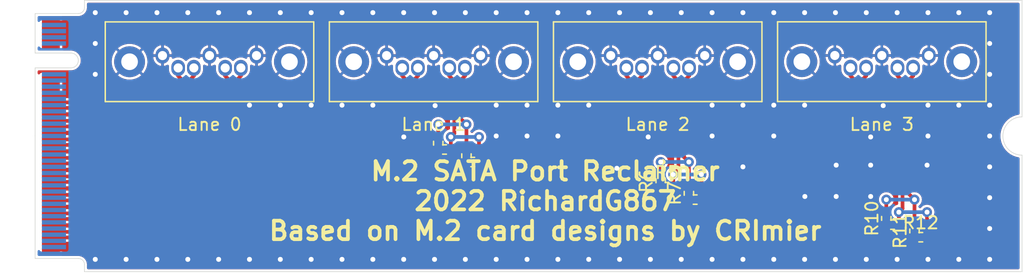
<source format=kicad_pcb>
(kicad_pcb (version 20211014) (generator pcbnew)
  (layers (0 "F.Cu" signal) (31 "B.Cu" signal) (34 "B.Paste" user) (35 "F.Paste" user) (36 "B.SilkS" user "B.Silkscreen") (37 "F.SilkS" user "F.Silkscreen") (38 "B.Mask" user) (39 "F.Mask" user) (44 "Edge.Cuts" user))
  (net 0 "")
  (net 1 "GND")
  (net 2 "/SATA1_B+")
  (net 3 "/SATA1_B-")
  (net 4 "/SATA1_A-")
  (net 5 "/SATA1_A+")
  (net 6 "/SATA2_B+")
  (net 7 "/SATA2_B-")
  (net 8 "/SATA2_A-")
  (net 9 "/SATA2_A+")
  (net 10 "/SATA3_B+")
  (net 11 "/SATA3_B-")
  (net 12 "/SATA3_A-")
  (net 13 "/SATA3_A+")
  (net 14 "/SATA4_B+")
  (net 15 "/SATA4_B-")
  (net 16 "/SATA4_A-")
  (net 17 "/SATA4_A+")
  (net 54 "/SATA2_B-_INV")
  (net 55 "/SATA2_B+_INV")
  (net 56 "/SATA3_B-_INV")
  (net 57 "/SATA3_B+_INV")
  (net 58 "/SATA4_B-_INV")
  (net 59 "/SATA4_B+_INV")
  (footprint "nvme_to_dual_ssd:NGFF_M" (layer "F.Cu") (at 97.625 100 -90)
    (fp_text reference "U1" hide)
    (fp_text value "IN")
    (fp_line (start -5.525 -2.9) (end -5.525 0) (layer "Edge.Cuts") (width 0.05))
    (fp_line (start 0 0) (end 9.925 0) (layer "Edge.Cuts") (width 0.05))
    (fp_line (start -6.725 0) (end -6.725 -2.9) (layer "Edge.Cuts") (width 0.05))
    (fp_line (start 9.925 0) (end 9.925 -3.5) (layer "Edge.Cuts") (width 0.05))
    (fp_line (start -5.525 0) (end 0 0) (layer "Edge.Cuts") (width 0.05))
    (fp_line (start -11 -4) (end -10.425 -4) (layer "Edge.Cuts") (width 0.05))
    (fp_line (start 10.425 -4) (end 11 -4) (layer "Edge.Cuts") (width 0.05))
    (fp_line (start -9.925 0) (end -6.725 0) (layer "Edge.Cuts") (width 0.05))
    (fp_line (start -9.925 -3.5) (end -9.925 0) (layer "Edge.Cuts") (width 0.05))
    (fp_arc (start -6.725 -2.9) (mid -6.125 -3.5) (end -5.525 -2.9) (layer "Edge.Cuts") (width 0.05))
    (fp_arc (start 9.925 -3.5) (mid 10.071447 -3.853553) (end 10.425 -4) (layer "Edge.Cuts") (width 0.05))
    (fp_arc (start -10.425 -4) (mid -10.071447 -3.853553) (end -9.925 -3.5) (layer "Edge.Cuts") (width 0.05))
    (pad "1" smd rect locked (at 9.25 -1.275 270) (size 0.35 1.45) (layers "F.Cu") (net 1 "GND"))
    (pad "2" smd rect locked (at 9 -1.525 270) (size 0.35 1.95) (layers "B.Cu"))
    (pad "3" smd rect locked (at 8.75 -1.275 270) (size 0.35 1.45) (layers "F.Cu") (net 1 "GND"))
    (pad "4" smd rect locked (at 8.5 -1.525 270) (size 0.35 1.95) (layers "B.Cu"))
    (pad "5" smd rect locked (at 8.25 -1.275 270) (size 0.35 1.45) (layers "F.Cu") (net 59 "/SATA4_B+_INV"))
    (pad "6" smd rect locked (at 8 -1.525 270) (size 0.35 1.95) (layers "B.Cu"))
    (pad "7" smd rect locked (at 7.75 -1.275 270) (size 0.35 1.45) (layers "F.Cu") (net 58 "/SATA4_B-_INV"))
    (pad "8" smd rect locked (at 7.5 -1.525 270) (size 0.35 1.95) (layers "B.Cu"))
    (pad "9" smd rect locked (at 7.25 -1.275 270) (size 0.35 1.45) (layers "F.Cu") (net 1 "GND"))
    (pad "10" smd rect locked (at 7 -1.525 270) (size 0.35 1.95) (layers "B.Cu"))
    (pad "11" smd rect locked (at 6.75 -1.275 270) (size 0.35 1.45) (layers "F.Cu") (net 16 "/SATA4_A-"))
    (pad "12" smd rect locked (at 6.5 -1.525 270) (size 0.35 1.95) (layers "B.Cu"))
    (pad "13" smd rect locked (at 6.25 -1.275 270) (size 0.35 1.45) (layers "F.Cu") (net 17 "/SATA4_A+"))
    (pad "14" smd rect locked (at 6 -1.525 270) (size 0.35 1.95) (layers "B.Cu"))
    (pad "15" smd rect locked (at 5.75 -1.275 270) (size 0.35 1.45) (layers "F.Cu") (net 1 "GND"))
    (pad "16" smd rect locked (at 5.5 -1.525 270) (size 0.35 1.95) (layers "B.Cu"))
    (pad "17" smd rect locked (at 5.25 -1.275 270) (size 0.35 1.45) (layers "F.Cu") (net 57 "/SATA3_B+_INV"))
    (pad "18" smd rect locked (at 5 -1.525 270) (size 0.35 1.95) (layers "B.Cu"))
    (pad "19" smd rect locked (at 4.75 -1.275 270) (size 0.35 1.45) (layers "F.Cu") (net 56 "/SATA3_B-_INV"))
    (pad "20" smd rect locked (at 4.5 -1.525 270) (size 0.35 1.95) (layers "B.Cu"))
    (pad "21" smd rect locked (at 4.25 -1.275 270) (size 0.35 1.45) (layers "F.Cu") (net 1 "GND"))
    (pad "22" smd rect locked (at 4 -1.525 270) (size 0.35 1.95) (layers "B.Cu"))
    (pad "23" smd rect locked (at 3.75 -1.275 270) (size 0.35 1.45) (layers "F.Cu") (net 12 "/SATA3_A-"))
    (pad "24" smd rect locked (at 3.5 -1.525 270) (size 0.35 1.95) (layers "B.Cu"))
    (pad "25" smd rect locked (at 3.25 -1.275 270) (size 0.35 1.45) (layers "F.Cu") (net 13 "/SATA3_A+"))
    (pad "26" smd rect locked (at 3 -1.525 270) (size 0.35 1.95) (layers "B.Cu"))
    (pad "27" smd rect locked (at 2.75 -1.275 270) (size 0.35 1.45) (layers "F.Cu") (net 1 "GND"))
    (pad "28" smd rect locked (at 2.5 -1.525 270) (size 0.35 1.95) (layers "B.Cu"))
    (pad "29" smd rect locked (at 2.25 -1.275 270) (size 0.35 1.45) (layers "F.Cu") (net 55 "/SATA2_B+_INV"))
    (pad "30" smd rect locked (at 2 -1.525 270) (size 0.35 1.95) (layers "B.Cu"))
    (pad "31" smd rect locked (at 1.75 -1.275 270) (size 0.35 1.45) (layers "F.Cu") (net 54 "/SATA2_B-_INV"))
    (pad "32" smd rect locked (at 1.5 -1.525 270) (size 0.35 1.95) (layers "B.Cu"))
    (pad "33" smd rect locked (at 1.25 -1.275 270) (size 0.35 1.45) (layers "F.Cu") (net 1 "GND"))
    (pad "34" smd rect locked (at 1 -1.525 270) (size 0.35 1.95) (layers "B.Cu"))
    (pad "35" smd rect locked (at 0.75 -1.275 270) (size 0.35 1.45) (layers "F.Cu") (net 8 "/SATA2_A-"))
    (pad "36" smd rect locked (at 0.5 -1.525 270) (size 0.35 1.95) (layers "B.Cu"))
    (pad "37" smd rect locked (at 0.25 -1.275 270) (size 0.35 1.45) (layers "F.Cu") (net 9 "/SATA2_A+"))
    (pad "38" smd rect locked (at 0 -1.525 270) (size 0.35 1.95) (layers "B.Cu"))
    (pad "39" smd rect locked (at -0.25 -1.275 270) (size 0.35 1.45) (layers "F.Cu") (net 1 "GND"))
    (pad "40" smd rect locked (at -0.5 -1.525 270) (size 0.35 1.95) (layers "B.Cu"))
    (pad "41" smd rect locked (at -0.75 -1.275 270) (size 0.35 1.45) (layers "F.Cu") (net 2 "/SATA1_B+"))
    (pad "42" smd rect locked (at -1 -1.525 270) (size 0.35 1.95) (layers "B.Cu"))
    (pad "43" smd rect locked (at -1.25 -1.275 270) (size 0.35 1.45) (layers "F.Cu") (net 3 "/SATA1_B-"))
    (pad "44" smd rect locked (at -1.5 -1.525 270) (size 0.35 1.95) (layers "B.Cu"))
    (pad "45" smd rect locked (at -1.75 -1.275 270) (size 0.35 1.45) (layers "F.Cu") (net 1 "GND"))
    (pad "46" smd rect locked (at -2 -1.525 270) (size 0.35 1.95) (layers "B.Cu"))
    (pad "47" smd rect locked (at -2.25 -1.275 270) (size 0.35 1.45) (layers "F.Cu") (net 4 "/SATA1_A-"))
    (pad "48" smd rect locked (at -2.5 -1.525 270) (size 0.35 1.95) (layers "B.Cu"))
    (pad "49" smd rect locked (at -2.75 -1.275 270) (size 0.35 1.45) (layers "F.Cu") (net 5 "/SATA1_A+"))
    (pad "50" smd rect locked (at -3 -1.525 270) (size 0.35 1.95) (layers "B.Cu"))
    (pad "51" smd rect locked (at -3.25 -1.275 270) (size 0.35 1.45) (layers "F.Cu") (net 1 "GND"))
    (pad "52" smd rect locked (at -3.5 -1.525 270) (size 0.35 1.95) (layers "B.Cu"))
    (pad "53" smd rect locked (at -3.75 -1.275 270) (size 0.35 1.45) (layers "F.Cu"))
    (pad "54" smd rect locked (at -4 -1.525 270) (size 0.35 1.95) (layers "B.Cu"))
    (pad "55" smd rect locked (at -4.25 -1.275 270) (size 0.35 1.45) (layers "F.Cu"))
    (pad "56" smd rect locked (at -4.5 -1.525 270) (size 0.35 1.95) (layers "B.Cu"))
    (pad "57" smd rect locked (at -4.75 -1.275 270) (size 0.35 1.45) (layers "F.Cu") (net 1 "GND"))
    (pad "58" smd rect locked (at -5 -1.525 270) (size 0.35 1.95) (layers "B.Cu"))
    (pad "67" smd rect locked (at -7.25 -1.275 270) (size 0.35 1.45) (layers "F.Cu"))
    (pad "68" smd rect locked (at -7.5 -1.525 270) (size 0.35 1.95) (layers "B.Cu"))
    (pad "69" smd rect locked (at -7.75 -1.275 270) (size 0.35 1.45) (layers "F.Cu") (net 1 "GND"))
    (pad "70" smd rect locked (at -8 -1.525 270) (size 0.35 1.95) (layers "B.Cu"))
    (pad "71" smd rect locked (at -8.25 -1.275 270) (size 0.35 1.45) (layers "F.Cu") (net 1 "GND"))
    (pad "72" smd rect locked (at -8.5 -1.525 270) (size 0.35 1.95) (layers "B.Cu"))
    (pad "73" smd rect locked (at -8.75 -1.275 270) (size 0.35 1.45) (layers "F.Cu") (net 1 "GND"))
    (pad "74" smd rect locked (at -9 -1.525 270) (size 0.35 1.95) (layers "B.Cu"))
    (pad "75" smd rect locked (at -9.25 -1.275 270) (size 0.35 1.45) (layers "F.Cu") (net 1 "GND"))
  )
  (footprint "Resistor_SMD:R_0402_1005Metric" (layer "F.Cu") (at 150.62 104.646 90)
    (fp_text reference "R7" (at 0 -1.17 90) (layer "F.SilkS"))
    (fp_text value "0R")
    (fp_line (start -0.153641 -0.38) (end 0.153641 -0.38) (layer "F.SilkS") (width 0.12))
    (fp_line (start -0.153641 0.38) (end 0.153641 0.38) (layer "F.SilkS") (width 0.12))
    (pad "1" smd roundrect (at -0.51 0 90) (size 0.54 0.64) (layers "F.Cu" "F.Paste" "F.Mask") (net 57 "/SATA3_B+_INV"))
    (pad "2" smd roundrect (at 0.51 0 90) (size 0.54 0.64) (layers "F.Cu" "F.Paste" "F.Mask") (net 10 "/SATA3_B+"))
  )
  (footprint "Resistor_SMD:R_0402_1005Metric" (layer "F.Cu") (at 169.416 108.203)
    (fp_text reference "R12" (at 0 -1.17) (layer "F.SilkS"))
    (fp_text value "0R")
    (fp_line (start -0.153641 -0.38) (end 0.153641 -0.38) (layer "F.SilkS") (width 0.12))
    (fp_line (start -0.153641 0.38) (end 0.153641 0.38) (layer "F.SilkS") (width 0.12))
    (pad "1" smd roundrect (at -0.51 0) (size 0.54 0.64) (layers "F.Cu" "F.Paste" "F.Mask") (net 59 "/SATA4_B+_INV"))
    (pad "2" smd roundrect (at 0.51 0) (size 0.54 0.64) (layers "F.Cu" "F.Paste" "F.Mask") (net 15 "/SATA4_B-"))
  )
  (footprint "Resistor_SMD:R_0402_1005Metric" (layer "F.Cu") (at 130.81 101.092)
    (fp_text reference "R1" hide)
    (fp_text value "0R" hide)
    (fp_line (start -0.153641 0.38) (end 0.153641 0.38) (layer "F.SilkS") (width 0.12))
    (fp_line (start -0.153641 -0.38) (end 0.153641 -0.38) (layer "F.SilkS") (width 0.12))
    (pad "1" smd roundrect (at -0.51 0) (size 0.54 0.64) (layers "F.Cu" "F.Paste" "F.Mask") (net 54 "/SATA2_B-_INV"))
    (pad "2" smd roundrect (at 0.51 0) (size 0.54 0.64) (layers "F.Cu" "F.Paste" "F.Mask") (net 7 "/SATA2_B-"))
  )
  (footprint "Resistor_SMD:R_0402_1005Metric" (layer "F.Cu") (at 168.908 107.695 90)
    (fp_text reference "R11" (at 0 -1.17 90) (layer "F.SilkS"))
    (fp_text value "0R")
    (fp_line (start -0.153641 0.38) (end 0.153641 0.38) (layer "F.SilkS") (width 0.12))
    (fp_line (start -0.153641 -0.38) (end 0.153641 -0.38) (layer "F.SilkS") (width 0.12))
    (pad "1" smd roundrect (at -0.51 0 90) (size 0.54 0.64) (layers "F.Cu" "F.Paste" "F.Mask") (net 59 "/SATA4_B+_INV"))
    (pad "2" smd roundrect (at 0.51 0 90) (size 0.54 0.64) (layers "F.Cu" "F.Paste" "F.Mask") (net 14 "/SATA4_B+"))
  )
  (footprint "nvme_to_dual_ssd:SATA-7_THT_VERT_1" (layer "F.Cu") (at 162.447238 93.473494 180)
    (fp_text reference "J4" hide)
    (fp_text value "SATA" hide)
    (fp_line (start -12.26 2.73) (end -12.26 -3.73) (layer "F.SilkS") (width 0.12))
    (fp_line (start -12.26 -3.73) (end 4.64 -3.73) (layer "F.SilkS") (width 0.12))
    (fp_line (start 4.64 -3.73) (end 4.64 2.73) (layer "F.SilkS") (width 0.12))
    (fp_line (start 4.64 2.73) (end -12.26 2.73) (layer "F.SilkS") (width 0.12))
    (pad "1" thru_hole oval locked (at 0 0 180) (size 1.1 1.3) (drill 0.74) (layers *.Cu *.Mask) (net 1 "GND"))
    (pad "2" thru_hole oval locked (at -1.27 -1 180) (size 1.1 1.3) (drill 0.74) (layers *.Cu *.Mask) (net 17 "/SATA4_A+"))
    (pad "3" thru_hole oval locked (at -2.54 -1 180) (size 1.1 1.3) (drill 0.74) (layers *.Cu *.Mask) (net 16 "/SATA4_A-"))
    (pad "4" thru_hole oval locked (at -3.81 0 180) (size 1.1 1.3) (drill 0.74) (layers *.Cu *.Mask) (net 1 "GND"))
    (pad "5" thru_hole oval locked (at -5.08 -1 180) (size 1.1 1.3) (drill 0.74) (layers *.Cu *.Mask) (net 15 "/SATA4_B-"))
    (pad "6" thru_hole oval locked (at -6.35 -1 180) (size 1.1 1.3) (drill 0.74) (layers *.Cu *.Mask) (net 14 "/SATA4_B+"))
    (pad "7" thru_hole oval locked (at -7.62 0 180) (size 1.1 1.3) (drill 0.74) (layers *.Cu *.Mask) (net 1 "GND"))
    (pad "8" thru_hole circle locked (at -10.29 -0.5 180) (size 2.5 2.5) (drill 1.35) (layers *.Cu *.Mask) (net 1 "GND"))
    (pad "9" thru_hole circle locked (at 2.67 -0.5 180) (size 2.5 2.5) (drill 1.35) (layers *.Cu *.Mask) (net 1 "GND"))
  )
  (footprint "nvme_to_dual_ssd:SATA-7_THT_VERT_1" (layer "F.Cu") (at 107.95 93.48 180)
    (fp_text reference "J1" hide)
    (fp_text value "SATA" hide)
    (fp_line (start 4.64 -3.73) (end 4.64 2.73) (layer "F.SilkS") (width 0.12))
    (fp_line (start -12.26 -3.73) (end 4.64 -3.73) (layer "F.SilkS") (width 0.12))
    (fp_line (start 4.64 2.73) (end -12.26 2.73) (layer "F.SilkS") (width 0.12))
    (fp_line (start -12.26 2.73) (end -12.26 -3.73) (layer "F.SilkS") (width 0.12))
    (pad "1" thru_hole oval locked (at 0 0 180) (size 1.1 1.3) (drill 0.74) (layers *.Cu *.Mask) (net 1 "GND"))
    (pad "2" thru_hole oval locked (at -1.27 -1 180) (size 1.1 1.3) (drill 0.74) (layers *.Cu *.Mask) (net 5 "/SATA1_A+"))
    (pad "3" thru_hole oval locked (at -2.54 -1 180) (size 1.1 1.3) (drill 0.74) (layers *.Cu *.Mask) (net 4 "/SATA1_A-"))
    (pad "4" thru_hole oval locked (at -3.81 0 180) (size 1.1 1.3) (drill 0.74) (layers *.Cu *.Mask) (net 1 "GND"))
    (pad "5" thru_hole oval locked (at -5.08 -1 180) (size 1.1 1.3) (drill 0.74) (layers *.Cu *.Mask) (net 3 "/SATA1_B-"))
    (pad "6" thru_hole oval locked (at -6.35 -1 180) (size 1.1 1.3) (drill 0.74) (layers *.Cu *.Mask) (net 2 "/SATA1_B+"))
    (pad "7" thru_hole oval locked (at -7.62 0 180) (size 1.1 1.3) (drill 0.74) (layers *.Cu *.Mask) (net 1 "GND"))
    (pad "8" thru_hole circle locked (at -10.29 -0.5 180) (size 2.5 2.5) (drill 1.35) (layers *.Cu *.Mask) (net 1 "GND"))
    (pad "9" thru_hole circle locked (at 2.67 -0.5 180) (size 2.5 2.5) (drill 1.35) (layers *.Cu *.Mask) (net 1 "GND"))
  )
  (footprint "Resistor_SMD:R_0402_1005Metric" (layer "F.Cu") (at 148.334 103.63 90)
    (fp_text reference "R6" (at 0 -1.17 90) (layer "F.SilkS"))
    (fp_text value "0R")
    (fp_line (start -0.153641 -0.38) (end 0.153641 -0.38) (layer "F.SilkS") (width 0.12))
    (fp_line (start -0.153641 0.38) (end 0.153641 0.38) (layer "F.SilkS") (width 0.12))
    (pad "1" smd roundrect (at -0.51 0 90) (size 0.54 0.64) (layers "F.Cu" "F.Paste" "F.Mask") (net 56 "/SATA3_B-_INV"))
    (pad "2" smd roundrect (at 0.51 0 90) (size 0.54 0.64) (layers "F.Cu" "F.Paste" "F.Mask") (net 10 "/SATA3_B+"))
  )
  (footprint "Resistor_SMD:R_0402_1005Metric" (layer "F.Cu") (at 132.588 101.6 90)
    (fp_text reference "R3" hide)
    (fp_text value "0R" hide)
    (fp_line (start -0.153641 0.38) (end 0.153641 0.38) (layer "F.SilkS") (width 0.12))
    (fp_line (start -0.153641 -0.38) (end 0.153641 -0.38) (layer "F.SilkS") (width 0.12))
    (pad "1" smd roundrect (at -0.51 0 90) (size 0.54 0.64) (layers "F.Cu" "F.Paste" "F.Mask") (net 55 "/SATA2_B+_INV"))
    (pad "2" smd roundrect (at 0.51 0 90) (size 0.54 0.64) (layers "F.Cu" "F.Paste" "F.Mask") (net 6 "/SATA2_B+"))
  )
  (footprint "Resistor_SMD:R_0402_1005Metric" (layer "F.Cu") (at 151.128 105.154)
    (fp_text reference "R8" hide)
    (fp_text value "0R" hide)
    (fp_line (start -0.153641 -0.38) (end 0.153641 -0.38) (layer "F.SilkS") (width 0.12))
    (fp_line (start -0.153641 0.38) (end 0.153641 0.38) (layer "F.SilkS") (width 0.12))
    (pad "1" smd roundrect (at -0.51 0) (size 0.54 0.64) (layers "F.Cu" "F.Paste" "F.Mask") (net 57 "/SATA3_B+_INV"))
    (pad "2" smd roundrect (at 0.51 0) (size 0.54 0.64) (layers "F.Cu" "F.Paste" "F.Mask") (net 11 "/SATA3_B-"))
  )
  (footprint "Resistor_SMD:R_0402_1005Metric" (layer "F.Cu") (at 166.622 106.679 90)
    (fp_text reference "R10" (at 0 -1.17 90) (layer "F.SilkS"))
    (fp_text value "0R")
    (fp_line (start -0.153641 -0.38) (end 0.153641 -0.38) (layer "F.SilkS") (width 0.12))
    (fp_line (start -0.153641 0.38) (end 0.153641 0.38) (layer "F.SilkS") (width 0.12))
    (pad "1" smd roundrect (at -0.51 0 90) (size 0.54 0.64) (layers "F.Cu" "F.Paste" "F.Mask") (net 58 "/SATA4_B-_INV"))
    (pad "2" smd roundrect (at 0.51 0 90) (size 0.54 0.64) (layers "F.Cu" "F.Paste" "F.Mask") (net 14 "/SATA4_B+"))
  )
  (footprint "Resistor_SMD:R_0402_1005Metric" (layer "F.Cu") (at 133.096 102.108)
    (fp_text reference "R4" hide)
    (fp_text value "0R" hide)
    (fp_line (start -0.153641 0.38) (end 0.153641 0.38) (layer "F.SilkS") (width 0.12))
    (fp_line (start -0.153641 -0.38) (end 0.153641 -0.38) (layer "F.SilkS") (width 0.12))
    (pad "1" smd roundrect (at -0.51 0) (size 0.54 0.64) (layers "F.Cu" "F.Paste" "F.Mask") (net 55 "/SATA2_B+_INV"))
    (pad "2" smd roundrect (at 0.51 0) (size 0.54 0.64) (layers "F.Cu" "F.Paste" "F.Mask") (net 7 "/SATA2_B-"))
  )
  (footprint "Resistor_SMD:R_0402_1005Metric" (layer "F.Cu") (at 148.842 104.138)
    (fp_text reference "R5" (at 0 -1.17) (layer "F.SilkS"))
    (fp_text value "0R")
    (fp_line (start -0.153641 -0.38) (end 0.153641 -0.38) (layer "F.SilkS") (width 0.12))
    (fp_line (start -0.153641 0.38) (end 0.153641 0.38) (layer "F.SilkS") (width 0.12))
    (pad "1" smd roundrect (at -0.51 0) (size 0.54 0.64) (layers "F.Cu" "F.Paste" "F.Mask") (net 56 "/SATA3_B-_INV"))
    (pad "2" smd roundrect (at 0.51 0) (size 0.54 0.64) (layers "F.Cu" "F.Paste" "F.Mask") (net 11 "/SATA3_B-"))
  )
  (footprint "Resistor_SMD:R_0402_1005Metric" (layer "F.Cu") (at 130.302 100.584 90)
    (fp_text reference "R2" hide)
    (fp_text value "0R" hide)
    (fp_line (start -0.153641 0.38) (end 0.153641 0.38) (layer "F.SilkS") (width 0.12))
    (fp_line (start -0.153641 -0.38) (end 0.153641 -0.38) (layer "F.SilkS") (width 0.12))
    (pad "1" smd roundrect (at -0.51 0 90) (size 0.54 0.64) (layers "F.Cu" "F.Paste" "F.Mask") (net 54 "/SATA2_B-_INV"))
    (pad "2" smd roundrect (at 0.51 0 90) (size 0.54 0.64) (layers "F.Cu" "F.Paste" "F.Mask") (net 6 "/SATA2_B+"))
  )
  (footprint "nvme_to_dual_ssd:SATA-7_THT_VERT_1" (layer "F.Cu") (at 144.281492 93.48 180)
    (fp_text reference "J3" hide)
    (fp_text value "SATA" hide)
    (fp_line (start -12.26 2.73) (end -12.26 -3.73) (layer "F.SilkS") (width 0.12))
    (fp_line (start 4.64 -3.73) (end 4.64 2.73) (layer "F.SilkS") (width 0.12))
    (fp_line (start -12.26 -3.73) (end 4.64 -3.73) (layer "F.SilkS") (width 0.12))
    (fp_line (start 4.64 2.73) (end -12.26 2.73) (layer "F.SilkS") (width 0.12))
    (pad "1" thru_hole oval locked (at 0 0 180) (size 1.1 1.3) (drill 0.74) (layers *.Cu *.Mask) (net 1 "GND"))
    (pad "2" thru_hole oval locked (at -1.27 -1 180) (size 1.1 1.3) (drill 0.74) (layers *.Cu *.Mask) (net 13 "/SATA3_A+"))
    (pad "3" thru_hole oval locked (at -2.54 -1 180) (size 1.1 1.3) (drill 0.74) (layers *.Cu *.Mask) (net 12 "/SATA3_A-"))
    (pad "4" thru_hole oval locked (at -3.81 0 180) (size 1.1 1.3) (drill 0.74) (layers *.Cu *.Mask) (net 1 "GND"))
    (pad "5" thru_hole oval locked (at -5.08 -1 180) (size 1.1 1.3) (drill 0.74) (layers *.Cu *.Mask) (net 11 "/SATA3_B-"))
    (pad "6" thru_hole oval locked (at -6.35 -1 180) (size 1.1 1.3) (drill 0.74) (layers *.Cu *.Mask) (net 10 "/SATA3_B+"))
    (pad "7" thru_hole oval locked (at -7.62 0 180) (size 1.1 1.3) (drill 0.74) (layers *.Cu *.Mask) (net 1 "GND"))
    (pad "8" thru_hole circle locked (at -10.29 -0.5 180) (size 2.5 2.5) (drill 1.35) (layers *.Cu *.Mask) (net 1 "GND"))
    (pad "9" thru_hole circle locked (at 2.67 -0.5 180) (size 2.5 2.5) (drill 1.35) (layers *.Cu *.Mask) (net 1 "GND"))
  )
  (footprint "Resistor_SMD:R_0402_1005Metric" (layer "F.Cu") (at 167.13 107.187)
    (fp_text reference "R9" hide)
    (fp_text value "0R" hide)
    (fp_line (start -0.153641 0.38) (end 0.153641 0.38) (layer "F.SilkS") (width 0.12))
    (fp_line (start -0.153641 -0.38) (end 0.153641 -0.38) (layer "F.SilkS") (width 0.12))
    (pad "1" smd roundrect (at -0.51 0) (size 0.54 0.64) (layers "F.Cu" "F.Paste" "F.Mask") (net 58 "/SATA4_B-_INV"))
    (pad "2" smd roundrect (at 0.51 0) (size 0.54 0.64) (layers "F.Cu" "F.Paste" "F.Mask") (net 15 "/SATA4_B-"))
  )
  (footprint "nvme_to_dual_ssd:SATA-7_THT_VERT_1" (layer "F.Cu") (at 126.115746 93.48 180)
    (fp_text reference "J2" hide)
    (fp_text value "SATA" hide)
    (fp_line (start -12.26 -3.73) (end 4.64 -3.73) (layer "F.SilkS") (width 0.12))
    (fp_line (start 4.64 -3.73) (end 4.64 2.73) (layer "F.SilkS") (width 0.12))
    (fp_line (start -12.26 2.73) (end -12.26 -3.73) (layer "F.SilkS") (width 0.12))
    (fp_line (start 4.64 2.73) (end -12.26 2.73) (layer "F.SilkS") (width 0.12))
    (pad "1" thru_hole oval locked (at 0 0 180) (size 1.1 1.3) (drill 0.74) (layers *.Cu *.Mask) (net 1 "GND"))
    (pad "2" thru_hole oval locked (at -1.27 -1 180) (size 1.1 1.3) (drill 0.74) (layers *.Cu *.Mask) (net 9 "/SATA2_A+"))
    (pad "3" thru_hole oval locked (at -2.54 -1 180) (size 1.1 1.3) (drill 0.74) (layers *.Cu *.Mask) (net 8 "/SATA2_A-"))
    (pad "4" thru_hole oval locked (at -3.81 0 180) (size 1.1 1.3) (drill 0.74) (layers *.Cu *.Mask) (net 1 "GND"))
    (pad "5" thru_hole oval locked (at -5.08 -1 180) (size 1.1 1.3) (drill 0.74) (layers *.Cu *.Mask) (net 7 "/SATA2_B-"))
    (pad "6" thru_hole oval locked (at -6.35 -1 180) (size 1.1 1.3) (drill 0.74) (layers *.Cu *.Mask) (net 6 "/SATA2_B+"))
    (pad "7" thru_hole oval locked (at -7.62 0 180) (size 1.1 1.3) (drill 0.74) (layers *.Cu *.Mask) (net 1 "GND"))
    (pad "8" thru_hole circle locked (at -10.29 -0.5 180) (size 2.5 2.5) (drill 1.35) (layers *.Cu *.Mask) (net 1 "GND"))
    (pad "9" thru_hole circle locked (at 2.67 -0.5 180) (size 2.5 2.5) (drill 1.35) (layers *.Cu *.Mask) (net 1 "GND"))
  )
  (gr_line (start 101.625 111) (end 177.625 111) (layer "Edge.Cuts") (width 0.05))
  (gr_line (start 177.625 111) (end 177.625 101.55) (layer "Edge.Cuts") (width 0.05))
  (gr_line (start 177.625 98.45) (end 177.625 89) (layer "Edge.Cuts") (width 0.05))
  (gr_line (start 177.625 89) (end 101.625 89) (layer "Edge.Cuts") (width 0.05))
  (gr_arc (start 177.625 101.55) (mid 176.075 100) (end 177.625 98.45) (layer "Edge.Cuts") (width 0.05))
  (gr_text "Lane 3" (at 166.257238 99.06) (layer "F.SilkS") (effects (font (size 1 1))))
  (gr_text "Lane 1" (at 129.925746 99.06) (layer "F.SilkS") (effects (font (size 1 1))))
  (gr_text "Lane 2" (at 148.091492 99.06) (layer "F.SilkS") (effects (font (size 1 1))))
  (gr_text "Lane 0" (at 111.76 99.06) (layer "F.SilkS") (effects (font (size 1 1))))
  (gr_text "M.2 SATA Port Reclaimer\n2022 RichardG867\nBased on M.2 card designs by CRImier" (at 138.979011 105.270734) (layer "F.SilkS") (effects (font (size 1.5 1.5) (thickness 0.3))))
  (via (at 115 97.5) (size 0.8) (drill 0.4) (layers "F.Cu" "B.Cu") (net 1))
  (via (at 125 110) (size 0.8) (drill 0.4) (layers "F.Cu" "B.Cu") (net 1))
  (via (at 175 110) (size 0.8) (drill 0.4) (layers "F.Cu" "B.Cu") (net 1))
  (via (at 115 90) (size 0.8) (drill 0.4) (layers "F.Cu" "B.Cu") (net 1))
  (via (at 165.354 104.902) (size 0.8) (drill 0.4) (layers "F.Cu" "B.Cu") (net 1))
  (via (at 112.5 90) (size 0.8) (drill 0.4) (layers "F.Cu" "B.Cu") (net 1))
  (via (at 142.5 110) (size 0.8) (drill 0.4) (layers "F.Cu" "B.Cu") (net 1))
  (via (at 155 97.5) (size 0.8) (drill 0.4) (layers "F.Cu" "B.Cu") (net 1))
  (via (at 102.5 110) (size 0.8) (drill 0.4) (layers "F.Cu" "B.Cu") (net 1))
  (via (at 110 90) (size 0.8) (drill 0.4) (layers "F.Cu" "B.Cu") (net 1))
  (via (at 127.5 90) (size 0.8) (drill 0.4) (layers "F.Cu" "B.Cu") (net 1))
  (via (at 112.5 110) (size 0.8) (drill 0.4) (layers "F.Cu" "B.Cu") (net 1))
  (via (at 122.5 97.5) (size 0.8) (drill 0.4) (layers "F.Cu" "B.Cu") (net 1))
  (via (at 160 97.5) (size 0.8) (drill 0.4) (layers "F.Cu" "B.Cu") (net 1))
  (via (at 137.5 100) (size 0.8) (drill 0.4) (layers "F.Cu" "B.Cu") (net 1))
  (via (at 132.5 90) (size 0.8) (drill 0.4) (layers "F.Cu" "B.Cu") (net 1))
  (via (at 144.78 102.616) (size 0.8) (drill 0.4) (layers "F.Cu" "B.Cu") (net 1))
  (via (at 125 90) (size 0.8) (drill 0.4) (layers "F.Cu" "B.Cu") (net 1))
  (via (at 135 100) (size 0.8) (drill 0.4) (layers "F.Cu" "B.Cu") (net 1))
  (via (at 132.5 110) (size 0.8) (drill 0.4) (layers "F.Cu" "B.Cu") (net 1))
  (via (at 105 110) (size 0.8) (drill 0.4) (layers "F.Cu" "B.Cu") (net 1))
  (via (at 162.5 110) (size 0.8) (drill 0.4) (layers "F.Cu" "B.Cu") (net 1))
  (via (at 160.02 104.902) (size 0.8) (drill 0.4) (layers "F.Cu" "B.Cu") (net 1))
  (via (at 165.354 100.076) (size 0.8) (drill 0.4) (layers "F.Cu" "B.Cu") (net 1))
  (via (at 165 110) (size 0.8) (drill 0.4) (layers "F.Cu" "B.Cu") (net 1))
  (via (at 150 110) (size 0.8) (drill 0.4) (layers "F.Cu" "B.Cu") (net 1))
  (via (at 115 110) (size 0.8) (drill 0.4) (layers "F.Cu" "B.Cu") (net 1))
  (via (at 120 97.5) (size 0.8) (drill 0.4) (layers "F.Cu" "B.Cu") (net 1))
  (via (at 102.5 92.5) (size 0.8) (drill 0.4) (layers "F.Cu" "B.Cu") (net 1))
  (via (at 157.5 90) (size 0.8) (drill 0.4) (layers "F.Cu" "B.Cu") (net 1))
  (via (at 170 110) (size 0.8) (drill 0.4) (layers "F.Cu" "B.Cu") (net 1))
  (via (at 107.5 110) (size 0.8) (drill 0.4) (layers "F.Cu" "B.Cu") (net 1))
  (via (at 140 100) (size 0.8) (drill 0.4) (layers "F.Cu" "B.Cu") (net 1))
  (via (at 135 110) (size 0.8) (drill 0.4) (layers "F.Cu" "B.Cu") (net 1))
  (via (at 157.5 100) (size 0.8) (drill 0.4) (layers "F.Cu" "B.Cu") (net 1))
  (via (at 152.5 90) (size 0.8) (drill 0.4) (layers "F.Cu" "B.Cu") (net 1))
  (via (at 135 97.5) (size 0.8) (drill 0.4) (layers "F.Cu" "B.Cu") (net 1))
  (via (at 165.354 102.362) (size 0.8) (drill 0.4) (layers "F.Cu" "B.Cu") (net 1))
  (via (at 172.5 90) (size 0.8) (drill 0.4) (layers "F.Cu" "B.Cu") (net 1))
  (via (at 162.5 90) (size 0.8) (drill 0.4) (layers "F.Cu" "B.Cu") (net 1))
  (via (at 120 90) (size 0.8) (drill 0.4) (layers "F.Cu" "B.Cu") (net 1))
  (via (at 170 90) (size 0.8) (drill 0.4) (layers "F.Cu" "B.Cu") (net 1))
  (via (at 110 110) (size 0.8) (drill 0.4) (layers "F.Cu" "B.Cu") (net 1))
  (via (at 137.5 90) (size 0.8) (drill 0.4) (layers "F.Cu" "B.Cu") (net 1))
  (via (at 137.5 97.5) (size 0.8) (drill 0.4) (layers "F.Cu" "B.Cu") (net 1))
  (via (at 142.5 90) (size 0.8) (drill 0.4) (layers "F.Cu" "B.Cu") (net 1))
  (via (at 155 110) (size 0.8) (drill 0.4) (layers "F.Cu" "B.Cu") (net 1))
  (via (at 172.5 97.5) (size 0.8) (drill 0.4) (layers "F.Cu" "B.Cu") (net 1))
  (via (at 162.56 104.902) (size 0.8) (drill 0.4) (layers "F.Cu" "B.Cu") (net 1))
  (via (at 152.5 110) (size 0.8) (drill 0.4) (layers "F.Cu" "B.Cu") (net 1))
  (via (at 175 90) (size 0.8) (drill 0.4) (layers "F.Cu" "B.Cu") (net 1))
  (via (at 122.5 110) (size 0.8) (drill 0.4) (layers "F.Cu" "B.Cu") (net 1))
  (via (at 145 90) (size 0.8) (drill 0.4) (layers "F.Cu" "B.Cu") (net 1))
  (via (at 102.5 90) (size 0.8) (drill 0.4) (layers "F.Cu" "B.Cu") (net 1))
  (via (at 107.5 90) (size 0.8) (drill 0.4) (layers "F.Cu" "B.Cu") (net 1))
  (via (at 175 105) (size 0.8) (drill 0.4) (layers "F.Cu" "B.Cu") (net 1))
  (via (at 155 90) (size 0.8) (drill 0.4) (layers "F.Cu" "B.Cu") (net 1))
  (via (at 145 110) (size 0.8) (drill 0.4) (layers "F.Cu" "B.Cu") (net 1))
  (via (at 140 110) (size 0.8) (drill 0.4) (layers "F.Cu" "B.Cu") (net 1))
  (via (at 102.5 95) (size 0.8) (drill 0.4) (layers "F.Cu" "B.Cu") (net 1))
  (via (at 135 90) (size 0.8) (drill 0.4) (layers "F.Cu" "B.Cu") (net 1))
  (via (at 160 90) (size 0.8) (drill 0.4) (layers "F.Cu" "B.Cu") (net 1))
  (via (at 169.926 102.362) (size 0.8) (drill 0.4) (layers "F.Cu" "B.Cu") (net 1))
  (via (at 147.5 90) (size 0.8) (drill 0.4) (layers "F.Cu" "B.Cu") (net 1))
  (via (at 105 90) (size 0.8) (drill 0.4) (layers "F.Cu" "B.Cu") (net 1))
  (via (at 175 107.5) (size 0.8) (drill 0.4) (layers "F.Cu" "B.Cu") (net 1))
  (via (at 150 90) (size 0.8) (drill 0.4) (layers "F.Cu" "B.Cu") (net 1))
  (via (at 147.32 100.076) (size 0.8) (drill 0.4) (layers "F.Cu" "B.Cu") (net 1))
  (via (at 140 97.5) (size 0.8) (drill 0.4) (layers "F.Cu" "B.Cu") (net 1))
  (via (at 170 97.5) (size 0.8) (drill 0.4) (layers "F.Cu" "B.Cu") (net 1))
  (via (at 130 90) (size 0.8) (drill 0.4) (layers "F.Cu" "B.Cu") (net 1))
  (via (at 122.5 90) (size 0.8) (drill 0.4) (layers "F.Cu" "B.Cu") (net 1))
  (via (at 127.5 110) (size 0.8) (drill 0.4) (layers "F.Cu" "B.Cu") (net 1))
  (via (at 162.56 102.362) (size 0.8) (drill 0.4) (layers "F.Cu" "B.Cu") (net 1))
  (via (at 152.5 97.5) (size 0.8) (drill 0.4) (layers "F.Cu" "B.Cu") (net 1))
  (via (at 127.508 100.076) (size 0.8) (drill 0.4) (layers "F.Cu" "B.Cu") (net 1))
  (via (at 120 110) (size 0.8) (drill 0.4) (layers "F.Cu" "B.Cu") (net 1))
  (via (at 175 97.5) (size 0.8) (drill 0.4) (layers "F.Cu" "B.Cu") (net 1))
  (via (at 165 90) (size 0.8) (drill 0.4) (layers "F.Cu" "B.Cu") (net 1))
  (via (at 117.5 90) (size 0.8) (drill 0.4) (layers "F.Cu" "B.Cu") (net 1))
  (via (at 157.5 110) (size 0.8) (drill 0.4) (layers "F.Cu" "B.Cu") (net 1))
  (via (at 155 102.5) (size 0.8) (drill 0.4) (layers "F.Cu" "B.Cu") (net 1))
  (via (at 167.5 110) (size 0.8) (drill 0.4) (layers "F.Cu" "B.Cu") (net 1))
  (via (at 170 100) (size 0.8) (drill 0.4) (layers "F.Cu" "B.Cu") (net 1))
  (via (at 130 110) (size 0.8) (drill 0.4) (layers "F.Cu" "B.Cu") (net 1))
  (via (at 175 102.5) (size 0.8) (drill 0.4) (layers "F.Cu" "B.Cu") (net 1))
  (via (at 147.5 110) (size 0.8) (drill 0.4) (layers "F.Cu" "B.Cu") (net 1))
  (via (at 117.5 97.5) (size 0.8) (drill 0.4) (layers "F.Cu" "B.Cu") (net 1))
  (via (at 140 90) (size 0.8) (drill 0.4) (layers "F.Cu" "B.Cu") (net 1))
  (via (at 137.5 110) (size 0.8) (drill 0.4) (layers "F.Cu" "B.Cu") (net 1))
  (via (at 172.5 110) (size 0.8) (drill 0.4) (layers "F.Cu" "B.Cu") (net 1))
  (via (at 142.5 97.5) (size 0.8) (drill 0.4) (layers "F.Cu" "B.Cu") (net 1))
  (via (at 157.5 97.5) (size 0.8) (drill 0.4) (layers "F.Cu" "B.Cu") (net 1))
  (via (at 130.048 97.536) (size 0.8) (drill 0.4) (layers "F.Cu" "B.Cu") (net 1))
  (via (at 152.5 100) (size 0.8) (drill 0.4) (layers "F.Cu" "B.Cu") (net 1))
  (via (at 117.5 110) (size 0.8) (drill 0.4) (layers "F.Cu" "B.Cu") (net 1))
  (via (at 125 97.5) (size 0.8) (drill 0.4) (layers "F.Cu" "B.Cu") (net 1))
  (via (at 175 95) (size 0.8) (drill 0.4) (layers "F.Cu" "B.Cu") (net 1))
  (via (at 160 110) (size 0.8) (drill 0.4) (layers "F.Cu" "B.Cu") (net 1))
  (via (at 167.5 90) (size 0.8) (drill 0.4) (layers "F.Cu" "B.Cu") (net 1))
  (via (at 175 92.5) (size 0.8) (drill 0.4) (layers "F.Cu" "B.Cu") (net 1))
  (via (at 166.37 97.536) (size 0.8) (drill 0.4) (layers "F.Cu" "B.Cu") (net 1))
  (via (at 175 100) (size 0.8) (drill 0.4) (layers "F.Cu" "B.Cu") (net 1))
  (segment (start 100.012501 99.225) (end 111.300676 99.225) (width 0.3) (layer "F.Cu") (net 2))
  (segment (start 113.89 96.635676) (end 113.89 95.54) (width 0.3) (layer "F.Cu") (net 2))
  (segment (start 113.89 95.54) (end 114.3 95.13) (width 0.3) (layer "F.Cu") (net 2))
  (segment (start 99.987501 99.25) (end 100.012501 99.225) (width 0.3) (layer "F.Cu") (net 2))
  (segment (start 111.300676 99.225) (end 113.89 96.635676) (width 0.3) (layer "F.Cu") (net 2))
  (segment (start 98.9 99.25) (end 99.987501 99.25) (width 0.3) (layer "F.Cu") (net 2))
  (segment (start 114.3 95.13) (end 114.3 94.48) (width 0.3) (layer "F.Cu") (net 2))
  (segment (start 113.44 96.449276) (end 113.44 95.54) (width 0.3) (layer "F.Cu") (net 3))
  (segment (start 113.03 95.13) (end 113.03 94.48) (width 0.3) (layer "F.Cu") (net 3))
  (segment (start 100.012501 98.775) (end 111.114276 98.775) (width 0.3) (layer "F.Cu") (net 3))
  (segment (start 111.114276 98.775) (end 113.44 96.449276) (width 0.3) (layer "F.Cu") (net 3))
  (segment (start 99.987501 98.75) (end 100.012501 98.775) (width 0.3) (layer "F.Cu") (net 3))
  (segment (start 113.44 95.54) (end 113.03 95.13) (width 0.3) (layer "F.Cu") (net 3))
  (segment (start 98.9 98.75) (end 99.987501 98.75) (width 0.3) (layer "F.Cu") (net 3))
  (segment (start 100.012501 97.725) (end 108.889048 97.725) (width 0.3) (layer "F.Cu") (net 4))
  (segment (start 99.987501 97.75) (end 100.012501 97.725) (width 0.3) (layer "F.Cu") (net 4))
  (segment (start 98.9 97.75) (end 99.987501 97.75) (width 0.3) (layer "F.Cu") (net 4))
  (segment (start 110.08 96.534048) (end 110.08 95.54) (width 0.3) (layer "F.Cu") (net 4))
  (segment (start 110.08 95.54) (end 110.49 95.13) (width 0.3) (layer "F.Cu") (net 4))
  (segment (start 108.889048 97.725) (end 110.08 96.534048) (width 0.3) (layer "F.Cu") (net 4))
  (segment (start 110.49 95.13) (end 110.49 94.48) (width 0.3) (layer "F.Cu") (net 4))
  (segment (start 109.63 96.347648) (end 109.63 95.54) (width 0.3) (layer "F.Cu") (net 5))
  (segment (start 99.987501 97.25) (end 100.012501 97.275) (width 0.3) (layer "F.Cu") (net 5))
  (segment (start 109.22 95.13) (end 109.22 94.48) (width 0.3) (layer "F.Cu") (net 5))
  (segment (start 109.63 95.54) (end 109.22 95.13) (width 0.3) (layer "F.Cu") (net 5))
  (segment (start 108.702648 97.275) (end 109.63 96.347648) (width 0.3) (layer "F.Cu") (net 5))
  (segment (start 98.9 97.25) (end 99.987501 97.25) (width 0.3) (layer "F.Cu") (net 5))
  (segment (start 100.012501 97.275) (end 108.702648 97.275) (width 0.3) (layer "F.Cu") (net 5))
  (segment (start 132.055266 95.54048) (end 132.055266 98.527266) (width 0.3) (layer "F.Cu") (net 6))
  (segment (start 132.465746 95.13) (end 132.465746 94.48) (width 0.3) (layer "F.Cu") (net 6))
  (segment (start 130.302 100.074) (end 130.302 99.06) (width 0.3) (layer "F.Cu") (net 6))
  (segment (start 132.588 99.06) (end 132.588 101.09) (width 0.3) (layer "F.Cu") (net 6))
  (segment (start 132.055266 95.54048) (end 132.465746 95.13) (width 0.3) (layer "F.Cu") (net 6))
  (segment (start 132.055266 98.527266) (end 132.588 99.06) (width 0.3) (layer "F.Cu") (net 6))
  (via (at 132.588 99.06) (size 0.8) (drill 0.4) (layers "F.Cu" "B.Cu") (net 6))
  (via (at 130.302 99.06) (size 0.8) (drill 0.4) (layers "F.Cu" "B.Cu") (net 6))
  (segment (start 130.302 99.06) (end 132.588 99.06) (width 0.3) (layer "B.Cu") (net 6))
  (segment (start 131.605746 95.54) (end 131.195746 95.13) (width 0.3) (layer "F.Cu") (net 7))
  (segment (start 131.195746 95.13) (end 131.195746 94.48) (width 0.3) (layer "F.Cu") (net 7))
  (segment (start 131.32 101.092) (end 131.32 100.074) (width 0.3) (layer "F.Cu") (net 7))
  (segment (start 133.604 100.076) (end 133.604 102.106) (width 0.3) (layer "F.Cu") (net 7))
  (segment (start 131.605746 99.788254) (end 131.32 100.074) (width 0.3) (layer "F.Cu") (net 7))
  (segment (start 131.605746 95.54) (end 131.605746 99.788254) (width 0.3) (layer "F.Cu") (net 7))
  (via (at 133.604 100.076) (size 0.8) (drill 0.4) (layers "F.Cu" "B.Cu") (net 7))
  (via (at 131.32 100.074) (size 0.8) (drill 0.4) (layers "F.Cu" "B.Cu") (net 7))
  (segment (start 133.604 100.076) (end 131.322 100.076) (width 0.3) (layer "B.Cu") (net 7))
  (segment (start 128.245746 95.54) (end 128.655746 95.13) (width 0.3) (layer "F.Cu") (net 8))
  (segment (start 124.87943 100.725) (end 128.245746 97.358684) (width 0.3) (layer "F.Cu") (net 8))
  (segment (start 128.245746 97.358684) (end 128.245746 95.54) (width 0.3) (layer "F.Cu") (net 8))
  (segment (start 98.9 100.75) (end 99.987501 100.75) (width 0.3) (layer "F.Cu") (net 8))
  (segment (start 100.012501 100.725) (end 124.87943 100.725) (width 0.3) (layer "F.Cu") (net 8))
  (segment (start 99.987501 100.75) (end 100.012501 100.725) (width 0.3) (layer "F.Cu") (net 8))
  (segment (start 128.655746 95.13) (end 128.655746 94.48) (width 0.3) (layer "F.Cu") (net 8))
  (segment (start 127.795746 97.172284) (end 127.795746 95.54) (width 0.3) (layer "F.Cu") (net 9))
  (segment (start 127.385746 95.13) (end 127.385746 94.48) (width 0.3) (layer "F.Cu") (net 9))
  (segment (start 98.9 100.25) (end 99.987501 100.25) (width 0.3) (layer "F.Cu") (net 9))
  (segment (start 100.012501 100.275) (end 124.69303 100.275) (width 0.3) (layer "F.Cu") (net 9))
  (segment (start 124.69303 100.275) (end 127.795746 97.172284) (width 0.3) (layer "F.Cu") (net 9))
  (segment (start 127.795746 95.54) (end 127.385746 95.13) (width 0.3) (layer "F.Cu") (net 9))
  (segment (start 99.987501 100.25) (end 100.012501 100.275) (width 0.3) (layer "F.Cu") (net 9))
  (segment (start 150.221492 101.707492) (end 150.62 102.106) (width 0.3) (layer "F.Cu") (net 10))
  (segment (start 150.62 104.136) (end 150.62 102.106) (width 0.3) (layer "F.Cu") (net 10))
  (segment (start 150.221492 95.54) (end 150.221492 101.707492) (width 0.3) (layer "F.Cu") (net 10))
  (segment (start 150.221492 95.54) (end 150.631492 95.13) (width 0.3) (layer "F.Cu") (net 10))
  (segment (start 148.334 103.12) (end 148.334 102.106) (width 0.3) (layer "F.Cu") (net 10))
  (segment (start 150.631492 95.13) (end 150.631492 94.48) (width 0.3) (layer "F.Cu") (net 10))
  (via (at 150.62 102.106) (size 0.8) (drill 0.4) (layers "F.Cu" "B.Cu") (net 10))
  (via (at 148.334 102.106) (size 0.8) (drill 0.4) (layers "F.Cu" "B.Cu") (net 10))
  (segment (start 148.334 102.106) (end 150.62 102.106) (width 0.3) (layer "B.Cu") (net 10))
  (segment (start 149.771492 95.54) (end 149.361492 95.13) (width 0.3) (layer "F.Cu") (net 11))
  (segment (start 149.352 104.138) (end 149.352 103.124) (width 0.3) (layer "F.Cu") (net 11))
  (segment (start 149.771492 102.700508) (end 149.35 103.122) (width 0.3) (layer "F.Cu") (net 11))
  (segment (start 149.771492 95.54) (end 149.771492 102.700508) (width 0.3) (layer "F.Cu") (net 11))
  (segment (start 149.361492 95.13) (end 149.361492 94.48) (width 0.3) (layer "F.Cu") (net 11))
  (segment (start 151.638 105.154) (end 151.638 103.124) (width 0.3) (layer "F.Cu") (net 11))
  (via (at 149.35 103.122) (size 0.8) (drill 0.4) (layers "F.Cu" "B.Cu") (net 11))
  (via (at 151.636 103.122) (size 0.8) (drill 0.4) (layers "F.Cu" "B.Cu") (net 11))
  (segment (start 149.35 103.122) (end 151.636 103.122) (width 0.3) (layer "B.Cu") (net 11))
  (segment (start 146.411492 97.461488) (end 146.411492 95.54) (width 0.3) (layer "F.Cu") (net 12))
  (segment (start 146.411492 95.54) (end 146.821492 95.13) (width 0.3) (layer "F.Cu") (net 12))
  (segment (start 99.987501 103.75) (end 100.012501 103.725) (width 0.3) (layer "F.Cu") (net 12))
  (segment (start 146.821492 95.13) (end 146.821492 94.48) (width 0.3) (layer "F.Cu") (net 12))
  (segment (start 98.9 103.75) (end 99.987501 103.75) (width 0.3) (layer "F.Cu") (net 12))
  (segment (start 140.14798 103.725) (end 146.411492 97.461488) (width 0.3) (layer "F.Cu") (net 12))
  (segment (start 100.012501 103.725) (end 140.14798 103.725) (width 0.3) (layer "F.Cu") (net 12))
  (segment (start 145.961492 95.54) (end 145.551492 95.13) (width 0.3) (layer "F.Cu") (net 13))
  (segment (start 100.012501 103.275) (end 139.96158 103.275) (width 0.3) (layer "F.Cu") (net 13))
  (segment (start 145.961492 97.275088) (end 145.961492 95.54) (width 0.3) (layer "F.Cu") (net 13))
  (segment (start 145.551492 95.13) (end 145.551492 94.48) (width 0.3) (layer "F.Cu") (net 13))
  (segment (start 99.987501 103.25) (end 100.012501 103.275) (width 0.3) (layer "F.Cu") (net 13))
  (segment (start 98.9 103.25) (end 99.987501 103.25) (width 0.3) (layer "F.Cu") (net 13))
  (segment (start 139.96158 103.275) (end 145.961492 97.275088) (width 0.3) (layer "F.Cu") (net 13))
  (segment (start 168.387238 95.533494) (end 168.387238 104.634238) (width 0.3) (layer "F.Cu") (net 14))
  (segment (start 168.797238 94.473494) (end 168.797238 95.123494) (width 0.3) (layer "F.Cu") (net 14))
  (segment (start 168.387238 104.634238) (end 168.908 105.155) (width 0.3) (layer "F.Cu") (net 14))
  (segment (start 166.622 106.169) (end 166.622 105.155) (width 0.3) (layer "F.Cu") (net 14))
  (segment (start 168.908 107.185) (end 168.908 105.155) (width 0.3) (layer "F.Cu") (net 14))
  (segment (start 168.797238 95.123494) (end 168.387238 95.533494) (width 0.3) (layer "F.Cu") (net 14))
  (via (at 168.908 105.155) (size 0.8) (drill 0.4) (layers "F.Cu" "B.Cu") (net 14))
  (via (at 166.622 105.155) (size 0.8) (drill 0.4) (layers "F.Cu" "B.Cu") (net 14))
  (segment (start 168.908 105.155) (end 166.622 105.155) (width 0.3) (layer "B.Cu") (net 14))
  (segment (start 167.937238 95.533494) (end 167.937238 105.875762) (width 0.3) (layer "F.Cu") (net 15))
  (segment (start 167.64 107.187) (end 167.64 106.173) (width 0.3) (layer "F.Cu") (net 15))
  (segment (start 167.937238 105.875762) (end 167.64 106.173) (width 0.3) (layer "F.Cu") (net 15))
  (segment (start 167.527238 94.473494) (end 167.527238 95.123494) (width 0.3) (layer "F.Cu") (net 15))
  (segment (start 169.926 108.203) (end 169.926 106.173) (width 0.3) (layer "F.Cu") (net 15))
  (segment (start 167.527238 95.123494) (end 167.937238 95.533494) (width 0.3) (layer "F.Cu") (net 15))
  (segment (start 169.926 106.173) (end 169.924 106.171) (width 0.3) (layer "F.Cu") (net 15))
  (via (at 167.64 106.173) (size 0.8) (drill 0.4) (layers "F.Cu" "B.Cu") (net 15))
  (via (at 169.924 106.171) (size 0.8) (drill 0.4) (layers "F.Cu" "B.Cu") (net 15))
  (segment (start 167.64 106.173) (end 169.922 106.173) (width 0.3) (layer "B.Cu") (net 15))
  (segment (start 169.922 106.173) (end 169.924 106.171) (width 0.3) (layer "B.Cu") (net 15))
  (segment (start 98.9 106.75) (end 99.987501 106.75) (width 0.3) (layer "F.Cu") (net 16))
  (segment (start 164.577238 97.424034) (end 164.577238 95.533494) (width 0.3) (layer "F.Cu") (net 16))
  (segment (start 99.987501 106.75) (end 100.012501 106.725) (width 0.3) (layer "F.Cu") (net 16))
  (segment (start 164.987238 95.123494) (end 164.987238 94.473494) (width 0.3) (layer "F.Cu") (net 16))
  (segment (start 164.577238 95.533494) (end 164.987238 95.123494) (width 0.3) (layer "F.Cu") (net 16))
  (segment (start 155.276272 106.725) (end 164.577238 97.424034) (width 0.3) (layer "F.Cu") (net 16))
  (segment (start 100.012501 106.725) (end 155.276272 106.725) (width 0.3) (layer "F.Cu") (net 16))
  (segment (start 164.127238 95.533494) (end 163.717238 95.123494) (width 0.3) (layer "F.Cu") (net 17))
  (segment (start 164.127238 97.237634) (end 164.127238 95.533494) (width 0.3) (layer "F.Cu") (net 17))
  (segment (start 163.717238 95.123494) (end 163.717238 94.473494) (width 0.3) (layer "F.Cu") (net 17))
  (segment (start 100.012501 106.275) (end 155.089872 106.275) (width 0.3) (layer "F.Cu") (net 17))
  (segment (start 155.089872 106.275) (end 164.127238 97.237634) (width 0.3) (layer "F.Cu") (net 17))
  (segment (start 98.9 106.25) (end 99.987501 106.25) (width 0.3) (layer "F.Cu") (net 17))
  (segment (start 99.987501 106.25) (end 100.012501 106.275) (width 0.3) (layer "F.Cu") (net 17))
  (segment (start 99.987501 101.75) (end 100.012501 101.775) (width 0.3) (layer "F.Cu") (net 54))
  (segment (start 129.621 101.775) (end 130.302 101.094) (width 0.3) (layer "F.Cu") (net 54))
  (segment (start 130.556 101.09) (end 130.556 101.092) (width 0.2) (layer "F.Cu") (net 54))
  (segment (start 100.012501 101.775) (end 129.621 101.775) (width 0.3) (layer "F.Cu") (net 54))
  (segment (start 98.9 101.75) (end 99.987501 101.75) (width 0.3) (layer "F.Cu") (net 54))
  (segment (start 132.473 102.225) (end 132.588 102.11) (width 0.3) (layer "F.Cu") (net 55))
  (segment (start 100.012501 102.225) (end 132.473 102.225) (width 0.3) (layer "F.Cu") (net 55))
  (segment (start 99.987501 102.25) (end 100.012501 102.225) (width 0.3) (layer "F.Cu") (net 55))
  (segment (start 98.9 102.25) (end 99.987501 102.25) (width 0.3) (layer "F.Cu") (net 55))
  (segment (start 147.699 104.775) (end 148.334 104.14) (width 0.3) (layer "F.Cu") (net 56))
  (segment (start 98.9 104.75) (end 99.987501 104.75) (width 0.3) (layer "F.Cu") (net 56))
  (segment (start 100.012501 104.775) (end 147.699 104.775) (width 0.3) (layer "F.Cu") (net 56))
  (segment (start 99.987501 104.75) (end 100.012501 104.775) (width 0.3) (layer "F.Cu") (net 56))
  (segment (start 150.551 105.225) (end 150.62 105.156) (width 0.3) (layer "F.Cu") (net 57))
  (segment (start 99.987501 105.25) (end 100.012501 105.225) (width 0.3) (layer "F.Cu") (net 57))
  (segment (start 98.9 105.25) (end 99.987501 105.25) (width 0.3) (layer "F.Cu") (net 57))
  (segment (start 100.012501 105.225) (end 150.551 105.225) (width 0.3) (layer "F.Cu") (net 57))
  (segment (start 166.036 107.775) (end 166.622 107.189) (width 0.3) (layer "F.Cu") (net 58))
  (segment (start 98.9 107.75) (end 99.987501 107.75) (width 0.3) (layer "F.Cu") (net 58))
  (segment (start 100.012501 107.775) (end 166.036 107.775) (width 0.3) (layer "F.Cu") (net 58))
  (segment (start 99.987501 107.75) (end 100.012501 107.775) (width 0.3) (layer "F.Cu") (net 58))
  (segment (start 99.987501 108.25) (end 100.012501 108.225) (width 0.3) (layer "F.Cu") (net 59))
  (segment (start 98.9 108.25) (end 99.987501 108.25) (width 0.3) (layer "F.Cu") (net 59))
  (segment (start 100.012501 108.225) (end 168.888 108.225) (width 0.3) (layer "F.Cu") (net 59))
  (segment (start 168.888 108.225) (end 168.908 108.205) (width 0.3) (layer "F.Cu") (net 59))
  (zone (net 1) (net_name "GND") (layers F&B.Cu) (connect_pads (clearance 0.2)) (min_thickness 0.2) (fill yes (thermal_gap 0.2) (thermal_bridge_width 0.21))
    (polygon (pts (xy 177.8 111.252) (xy 97.6376 111.252) (xy 97.6376 89.0016) (xy 177.8 89.0016)))
  )
)
</source>
